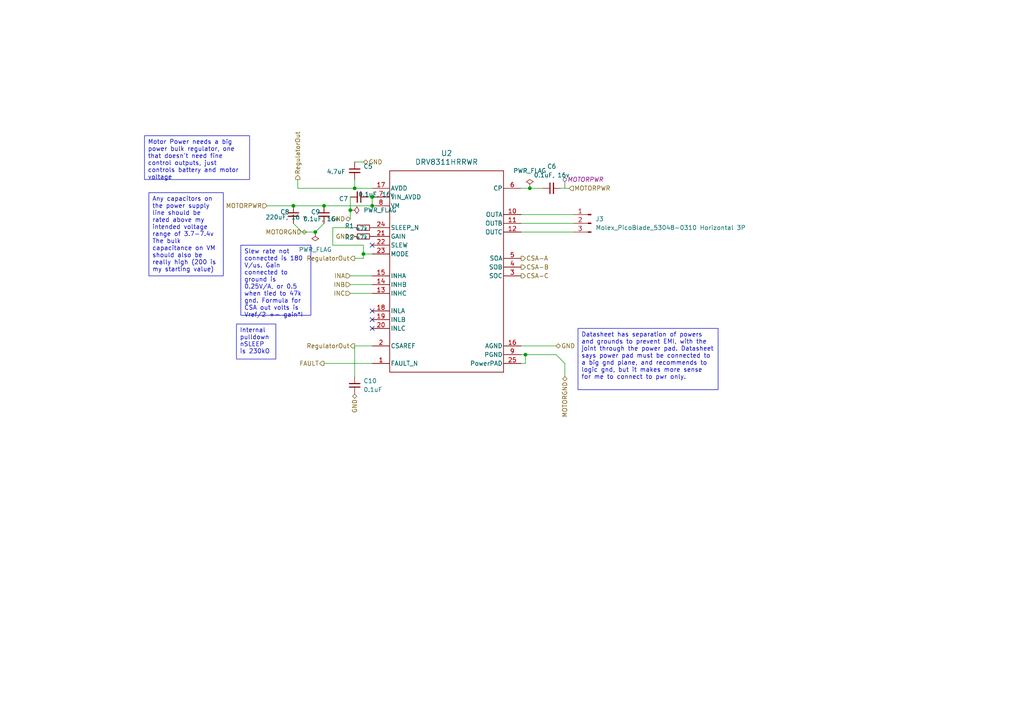
<source format=kicad_sch>
(kicad_sch (version 20231120) (generator "eeschema") (generator_version "8.0")
  (paper "A4")
  (title_block (date "2024-03-29") (rev "V1 Alpha"))
  (lib_symbols
    (symbol "Connector:Conn_01x03_Pin" (pin_names (offset 1.016) hide)
      (property "Reference" "J3" (at -1.27 -1.2701 0))
      (property "Value" "Molex_PicoBlade_53048-0310 Horizontal 3P" (at -1.27 1.2699 0))
      (symbol "Conn_01x03_Pin_1_1"
        (polyline (pts (xy 1.27 -2.54) (xy 0.8636 -2.54)) (stroke (width 0.1524)))
        (polyline (pts (xy 1.27 0) (xy 0.8636 0)) (stroke (width 0.1524)))
        (polyline (pts (xy 1.27 2.54) (xy 0.8636 2.54)) (stroke (width 0.1524)))
        (rectangle (start 0.8636 -2.413) (end 0 -2.667) (stroke (width 0.1524)) (fill (type outline)))
        (rectangle (start 0.8636 0.127) (end 0 -0.127) (stroke (width 0.1524)) (fill (type outline)))
        (rectangle (start 0.8636 2.667) (end 0 2.413) (stroke (width 0.1524)) (fill (type outline)))
        (pin passive line (at 5.08 -2.54 180) (length 3.81) (name "Pin_1") (number "1"))
        (pin passive line (at 5.08 0 180) (length 3.81) (name "Pin_2") (number "2"))
        (pin passive line (at 5.08 2.54 180) (length 3.81) (name "Pin_3") (number "3"))
      )
    )
    (symbol "Device:C_Small" (pin_numbers hide) (pin_names (offset 0.254) hide)
      (property "Reference" "C" (at 0.254 1.778 0))
      (property "Value" "C_Small" (at 0.254 -2.032 0))
      (symbol "C_Small_0_1"
        (polyline (pts (xy -1.524 -0.508) (xy 1.524 -0.508)) (stroke (width 0.3302)))
        (polyline (pts (xy -1.524 0.508) (xy 1.524 0.508)) (stroke (width 0.3048)))
      )
      (symbol "C_Small_1_1"
        (pin passive line (at 0 2.54 270) (length 2.032) (name "~") (number "1"))
        (pin passive line (at 0 -2.54 90) (length 2.032) (name "~") (number "2"))
      )
    )
    (symbol "Device:R_Small" (pin_numbers hide) (pin_names (offset 0.254) hide)
      (property "Reference" "R" (at 0.762 0.508 0))
      (property "Value" "R_Small" (at 0.762 -1.016 0))
      (symbol "R_Small_0_1"
        (rectangle (start -0.762 1.778) (end 0.762 -1.778) (stroke (width 0.2032)))
      )
      (symbol "R_Small_1_1"
        (pin passive line (at 0 2.54 270) (length 0.762) (name "~") (number "1"))
        (pin passive line (at 0 -2.54 90) (length 0.762) (name "~") (number "2"))
      )
    )
    (symbol "custom_Driver_Motor:DRV8311HRRWR" (pin_names (offset 0.254))
      (property "Reference" "U" (at 21.59 -2.794 0))
      (property "Value" "DRV8311HRRWR" (at 21.082 -22.352 0))
      (symbol "DRV8311HRRWR_0_1"
        (polyline (pts (xy 5.08 -53.34) (xy 38.1 -53.34)) (stroke (width 0.2032)))
        (polyline (pts (xy 5.08 5.08) (xy 5.08 -53.34)) (stroke (width 0.2032)))
        (polyline (pts (xy 38.1 -53.34) (xy 38.1 5.08)) (stroke (width 0.2032)))
        (polyline (pts (xy 38.1 5.08) (xy 5.08 5.08)) (stroke (width 0.2032)))
        (pin open_collector line (at 0 -50.8 0) (length 5.08) (name "FAULT_N") (number "1"))
        (pin input line (at 0 -30.48 0) (length 5.08) (name "INHC") (number "13"))
        (pin input line (at 0 -27.94 0) (length 5.08) (name "INHB") (number "14"))
        (pin input line (at 0 -25.4 0) (length 5.08) (name "INHA") (number "15"))
        (pin power_in line (at 43.18 -45.72 180) (length 5.08) (name "AGND") (number "16"))
        (pin power_in line (at 0 0 0) (length 5.08) (name "AVDD") (number "17"))
        (pin input line (at 0 -35.56 0) (length 5.08) (name "INLA") (number "18"))
        (pin input line (at 0 -38.1 0) (length 5.08) (name "INLB") (number "19"))
        (pin power_in line (at 0 -45.72 0) (length 5.08) (name "CSAREF") (number "2"))
        (pin input line (at 0 -40.64 0) (length 5.08) (name "INLC") (number "20"))
        (pin input line (at 0 -13.97 0) (length 5.08) (name "GAIN") (number "21"))
        (pin input line (at 0 -16.51 0) (length 5.08) (name "SLEW") (number "22"))
        (pin input line (at 0 -19.05 0) (length 5.08) (name "MODE") (number "23"))
        (pin input line (at 0 -11.43 0) (length 5.08) (name "SLEEP_N") (number "24"))
        (pin power_in line (at 43.18 -50.8 180) (length 5.08) (name "PowerPAD") (number "25"))
        (pin power_in line (at 43.18 0 180) (length 5.08) (name "CP") (number "6"))
        (pin power_in line (at 0 -2.54 0) (length 5.08) (name "VIN_AVDD") (number "7"))
        (pin power_in line (at 0 -5.08 0) (length 5.08) (name "VM") (number "8"))
        (pin power_in line (at 43.18 -48.26 180) (length 5.08) (name "PGND") (number "9"))
      )
      (symbol "DRV8311HRRWR_1_1"
        (pin output line (at 43.18 -7.62 180) (length 5.08) (name "OUTA") (number "10"))
        (pin output line (at 43.18 -10.16 180) (length 5.08) (name "OUTB") (number "11"))
        (pin output line (at 43.18 -12.7 180) (length 5.08) (name "OUTC") (number "12"))
        (pin output line (at 43.18 -25.4 180) (length 5.08) (name "SOC") (number "3"))
        (pin output line (at 43.18 -22.86 180) (length 5.08) (name "SOB") (number "4"))
        (pin output line (at 43.18 -20.32 180) (length 5.08) (name "SOA") (number "5"))
      )
    )
    (symbol "power:PWR_FLAG" (power) (pin_numbers hide) (pin_names (offset 0) hide)
      (property "Value" "PWR_FLAG" (at 0 3.81 0))
      (symbol "PWR_FLAG_0_0"
        (pin power_out line (at 0 0 90) (length 0) (name "~") (number "1"))
      )
      (symbol "PWR_FLAG_0_1"
        (polyline (pts (xy 0 0) (xy 0 1.27) (xy -1.016 1.905) (xy 0 2.54) (xy 1.016 1.905) (xy 0 1.27)))
      )
    )
  )
  (junction (at 152.4 102.87))
  (junction (at 107.95 59.69))
  (junction (at 91.44 67.31))
  (junction (at 102.87 54.61))
  (junction (at 85.09 59.69))
  (junction (at 101.6 60.96))
  (junction (at 105.41 73.66))
  (junction (at 93.98 59.69))
  (junction (at 107.95 57.15))
  (junction (at 153.67 54.61))
  (no_connect (at 107.95 90.17))
  (no_connect (at 107.95 95.25))
  (no_connect (at 107.95 71.12))
  (no_connect (at 107.95 92.71))
  (wire (pts (xy 96.52 66.04) (xy 96.52 71.12)))
  (wire (pts (xy 102.87 74.93) (xy 105.41 74.93)))
  (wire (pts (xy 93.98 59.69) (xy 107.95 59.69)))
  (wire (pts (xy 151.13 67.31) (xy 166.37 67.31)))
  (wire (pts (xy 152.4 102.87) (xy 152.4 105.41)))
  (wire (pts (xy 151.13 62.23) (xy 166.37 62.23)))
  (wire (pts (xy 102.87 54.61) (xy 102.87 52.07)))
  (wire (pts (xy 102.87 66.04) (xy 96.52 66.04)))
  (wire (pts (xy 162.56 54.61) (xy 165.1 54.61)))
  (wire (pts (xy 101.6 63.5) (xy 101.6 60.96)))
  (wire (pts (xy 107.95 57.15) (xy 107.95 59.69)))
  (wire (pts (xy 105.41 74.93) (xy 105.41 73.66)))
  (wire (pts (xy 77.47 59.69) (xy 85.09 59.69)))
  (wire (pts (xy 86.36 54.61) (xy 102.87 54.61)))
  (wire (pts (xy 93.98 105.41) (xy 107.95 105.41)))
  (wire (pts (xy 161.29 102.87) (xy 163.83 105.41)))
  (wire (pts (xy 157.48 54.61) (xy 153.67 54.61)))
  (wire (pts (xy 105.41 46.99) (xy 102.87 46.99)))
  (wire (pts (xy 101.6 60.96) (xy 101.6 57.15)))
  (wire (pts (xy 153.67 54.61) (xy 151.13 54.61)))
  (wire (pts (xy 101.6 85.09) (xy 107.95 85.09)))
  (wire (pts (xy 151.13 64.77) (xy 166.37 64.77)))
  (wire (pts (xy 107.95 100.33) (xy 102.87 100.33)))
  (wire (pts (xy 102.87 54.61) (xy 107.95 54.61)))
  (wire (pts (xy 85.09 64.77) (xy 87.63 67.31)))
  (wire (pts (xy 106.68 57.15) (xy 107.95 57.15)))
  (wire (pts (xy 152.4 102.87) (xy 161.29 102.87)))
  (wire (pts (xy 96.52 71.12) (xy 105.41 71.12)))
  (wire (pts (xy 151.13 102.87) (xy 152.4 102.87)))
  (wire (pts (xy 87.63 67.31) (xy 91.44 67.31)))
  (wire (pts (xy 86.36 52.07) (xy 86.36 54.61)))
  (wire (pts (xy 107.95 82.55) (xy 101.6 82.55)))
  (wire (pts (xy 85.09 59.69) (xy 93.98 59.69)))
  (wire (pts (xy 91.44 67.31) (xy 93.98 64.77)))
  (wire (pts (xy 151.13 105.41) (xy 152.4 105.41)))
  (wire (pts (xy 163.83 105.41) (xy 163.83 109.22)))
  (wire (pts (xy 151.13 100.33) (xy 161.29 100.33)))
  (wire (pts (xy 102.87 100.33) (xy 102.87 109.22)))
  (wire (pts (xy 105.41 73.66) (xy 107.95 73.66)))
  (wire (pts (xy 105.41 71.12) (xy 105.41 73.66)))
  (wire (pts (xy 107.95 80.01) (xy 101.6 80.01)))
  (text_box "Internal pulldown nSLEEP is 230kO" (at 68.58 93.98 0) (size 11.43 10.16) (effects (font (size 1.27 1.27)) (justify left top)))
  (text_box "Motor Power needs a big power bulk regulator, one that doesn't need fine control outputs, just controls battery and motor voltage" (at 41.91 39.37 0) (size 30.48 12.7) (effects (font (size 1.27 1.27)) (justify left top)))
  (text_box "Slew rate not connected is 180 V/us. Gain connected to ground is 0.25V/A, or 0.5 when tied to 47k gnd. Formula for CSA out volts is Vref/2 +- gain*I" (at 69.85 71.12 0) (size 20.32 20.32) (effects (font (size 1.27 1.27)) (justify left top)))
  (text_box "Datasheet has separation of powers and grounds to prevent EMI, with the joint through the power pad. Datasheet says power pad must be connected to a big gnd plane, and recommends to logic gnd, but it makes more sense for me to connect to pwr only." (at 167.64 95.25 0) (size 40.64 17.78) (effects (font (size 1.27 1.27)) (justify left top)))
  (text_box "Any capacitors on the power supply line should be rated above my intended voltage range of 3.7-7.4v\nThe bulk capacitance on VM should also be really high (200 is my starting value)" (at 43.18 55.88 0) (size 21.59 24.13) (effects (font (size 1.27 1.27)) (justify left top)))
  (hierarchical_label "GND" (shape bidirectional) (at 102.87 114.3 270))
  (hierarchical_label "RegulatorOut" (shape output) (at 102.87 100.33 180))
  (hierarchical_label "INA" (shape input) (at 101.6 80.01 180))
  (hierarchical_label "MOTORPWR" (shape input) (at 165.1 54.61 0))
  (hierarchical_label "RegulatorOut" (shape output) (at 102.87 74.93 180))
  (hierarchical_label "MOTORGND" (shape bidirectional) (at 88.9 67.31 180))
  (hierarchical_label "GND" (shape bidirectional) (at 101.6 63.5 180))
  (hierarchical_label "INC" (shape input) (at 101.6 85.09 180))
  (hierarchical_label "FAULT" (shape output) (at 93.98 105.41 180))
  (hierarchical_label "GND" (shape bidirectional) (at 105.41 46.99 0))
  (hierarchical_label "INB" (shape input) (at 101.6 82.55 180))
  (hierarchical_label "GND" (shape bidirectional) (at 161.29 100.33 0))
  (hierarchical_label "CSA-B" (shape output) (at 151.13 77.47 0))
  (hierarchical_label "RegulatorOut" (shape output) (at 86.36 52.07 90))
  (hierarchical_label "MOTORGND" (shape bidirectional) (at 163.83 109.22 270))
  (hierarchical_label "CSA-A" (shape output) (at 151.13 74.93 0))
  (hierarchical_label "MOTORPWR" (shape input) (at 77.47 59.69 180))
  (hierarchical_label "GND" (shape bidirectional) (at 102.87 68.58 180))
  (hierarchical_label "CSA-C" (shape output) (at 151.13 80.01 0))
  (netclass_flag "" (length 2.54) (shape round) (at 163.83 54.61 0) (property "Netclass" "MOTORPWR" (at 164.5285 52.07 0) (effects (font (italic yes)) (justify left))))
  (symbol (lib_id "Device:C_Small") (at 102.87 111.76 180) (unit 1)
    (property "Reference" "C10" (at 105.41 110.4835 0) (effects (justify right)))
    (property "Value" "0.1uF" (at 105.41 113.0235 0) (effects (justify right)))
    (property "Footprint" "Capacitor_SMD:C_0603_1608Metric_Pad1.08x0.95mm_HandSolder" (effects (hide yes)))
    (property "Description" "Unpolarized capacitor, small symbol" (effects (hide yes)))
  )
  (symbol (lib_id "power:PWR_FLAG") (at 101.6 60.96 270) (unit 1)
    (property "Reference" "#FLG03" (effects (hide yes)))
    (property "Value" "PWR_FLAG" (at 105.41 60.9599 90) (effects (justify left)))
    (property "Description" "Special symbol for telling ERC where power comes from" (effects (hide yes)))
  )
  (symbol (lib_id "Device:R_Small") (at 105.41 68.58 90) (unit 1)
    (property "Reference" "R2" (at 101.346 68.834 90))
    (property "Value" "47k" (at 104.902 68.834 90))
    (property "Footprint" "Resistor_SMD:R_0603_1608Metric_Pad0.98x0.95mm_HandSolder" (effects (hide yes)))
    (property "Description" "Resistor, small symbol" (effects (hide yes)))
  )
  (symbol (lib_id "Device:C_Small") (at 102.87 49.53 0) (unit 1)
    (property "Reference" "C5" (at 105.41 48.2662 0) (effects (justify left)))
    (property "Value" "4.7uF" (at 94.742 49.784 0) (effects (justify left)))
    (property "Footprint" "Capacitor_SMD:C_0603_1608Metric_Pad1.08x0.95mm_HandSolder" (effects (hide yes)))
    (property "Description" "Unpolarized capacitor, small symbol" (effects (hide yes)))
  )
  (symbol (lib_id "power:PWR_FLAG") (at 91.44 67.31 180) (unit 1)
    (property "Reference" "#FLG04" (effects (hide yes)))
    (property "Value" "PWR_FLAG" (at 91.44 72.39 0))
    (property "Description" "Special symbol for telling ERC where power comes from" (effects (hide yes)))
  )
  (symbol (lib_id "Device:C_Small") (at 85.09 62.23 0) (unit 1)
    (property "Reference" "C8" (at 81.28 61.468 0) (effects (justify left)))
    (property "Value" "220uF, 16 v" (at 76.962 62.992 0) (effects (justify left)))
    (property "Footprint" "Capacitor_SMD:C_1206_3216Metric_Pad1.33x1.80mm_HandSolder" (effects (hide yes)))
    (property "Description" "Unpolarized capacitor, small symbol" (effects (hide yes)))
  )
  (symbol (lib_id "power:PWR_FLAG") (at 153.67 54.61 0) (unit 1)
    (property "Reference" "#FLG02" (effects (hide yes)))
    (property "Value" "PWR_FLAG" (at 153.67 49.53 0))
    (property "Description" "Special symbol for telling ERC where power comes from" (effects (hide yes)))
  )
  (symbol (lib_id "Device:C_Small") (at 104.14 57.15 270) (unit 1)
    (property "Reference" "C7" (at 98.298 57.658 90) (effects (justify left)))
    (property "Value" "0.1uF, 16v" (at 103.886 56.388 90) (effects (justify left)))
    (property "Footprint" "Capacitor_SMD:C_0603_1608Metric_Pad1.08x0.95mm_HandSolder" (effects (hide yes)))
    (property "Description" "Unpolarized capacitor, small symbol" (effects (hide yes)))
  )
  (symbol (lib_id "custom_Driver_Motor:DRV8311HRRWR") (at 107.95 54.61 0) (unit 1)
    (property "Reference" "U2" (at 129.54 44.45 0) (effects (font (size 1.524 1.524))))
    (property "Value" "DRV8311HRRWR" (at 129.54 46.99 0) (effects (font (size 1.524 1.524))))
    (property "Footprint" "custom_Driver_Motor:DRV8311_0.3mmVias" (effects (hide yes)))
    (property "Datasheet" "https://www.ti.com/lit/ds/symlink/drv8311.pdf" (effects (hide yes)))
    (property "Description" "24-V abs max, 3 to 20-V, 5A, three-phase brushless-DC motor driver with integrated FETs" (effects (hide yes)))
  )
  (symbol (lib_id "Connector:Conn_01x03_Pin") (at 171.45 64.77 180) (unit 1)
    (property "Reference" "J3" (at 172.72 63.4999 0) (effects (justify right)))
    (property "Value" "Molex_PicoBlade_53048-0310 Horizontal 3P" (at 172.72 66.0399 0) (effects (justify right)))
    (property "Footprint" "Connector_Molex:Molex_PicoBlade_53048-0310_1x03_P1.25mm_Horizontal" (effects (hide yes)))
    (property "Description" "Generic connector, single row, 01x03, script generated" (effects (hide yes)))
  )
  (symbol (lib_id "Device:R_Small") (at 105.41 66.04 90) (unit 1)
    (property "Reference" "R1" (at 101.346 65.532 90))
    (property "Value" "47k" (at 104.902 66.294 90))
    (property "Footprint" "Resistor_SMD:R_0603_1608Metric" (effects (hide yes)))
    (property "Description" "Resistor, small symbol" (effects (hide yes)))
  )
  (symbol (lib_id "Device:C_Small") (at 160.02 54.61 90) (unit 1)
    (property "Reference" "C6" (at 160.0263 48.26 90))
    (property "Value" "0.1uF, 16v" (at 160.0263 50.8 90))
    (property "Footprint" "Capacitor_SMD:C_0603_1608Metric_Pad1.08x0.95mm_HandSolder" (effects (hide yes)))
    (property "Description" "Unpolarized capacitor, small symbol" (effects (hide yes)))
  )
  (symbol (lib_id "Device:C_Small") (at 93.98 62.23 0) (unit 1)
    (property "Reference" "C9" (at 90.17 61.468 0) (effects (justify left)))
    (property "Value" "0.1uF, 16v" (at 87.884 63.5 0) (effects (justify left)))
    (property "Footprint" "Capacitor_SMD:C_0603_1608Metric_Pad1.08x0.95mm_HandSolder" (effects (hide yes)))
    (property "Description" "Unpolarized capacitor, small symbol" (effects (hide yes)))
  )
)
</source>
